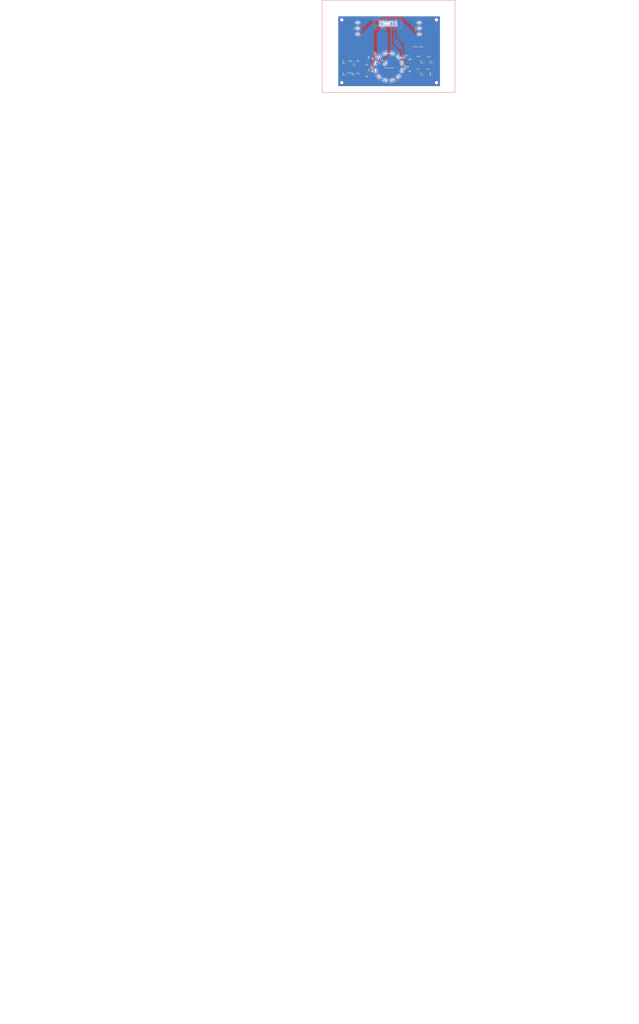
<source format=kicad_pcb>
(kicad_pcb
	(version 20240108)
	(generator "pcbnew")
	(generator_version "8.0")
	(general
		(thickness 1.6)
		(legacy_teardrops no)
	)
	(paper "A4")
	(layers
		(0 "F.Cu" signal)
		(31 "B.Cu" signal)
		(34 "B.Paste" user)
		(35 "F.Paste" user)
		(36 "B.SilkS" user "B.Silkscreen")
		(37 "F.SilkS" user "F.Silkscreen")
		(38 "B.Mask" user)
		(39 "F.Mask" user)
		(44 "Edge.Cuts" user)
		(45 "Margin" user)
		(46 "B.CrtYd" user "B.Courtyard")
		(47 "F.CrtYd" user "F.Courtyard")
		(48 "B.Fab" user)
		(49 "F.Fab" user)
	)
	(setup
		(stackup
			(layer "F.SilkS"
				(type "Top Silk Screen")
				(color "White")
			)
			(layer "F.Paste"
				(type "Top Solder Paste")
			)
			(layer "F.Mask"
				(type "Top Solder Mask")
				(color "Black")
				(thickness 0.01)
			)
			(layer "F.Cu"
				(type "copper")
				(thickness 0.035)
			)
			(layer "dielectric 1"
				(type "core")
				(thickness 1.51)
				(material "FR4")
				(epsilon_r 4.5)
				(loss_tangent 0.02)
			)
			(layer "B.Cu"
				(type "copper")
				(thickness 0.035)
			)
			(layer "B.Mask"
				(type "Bottom Solder Mask")
				(color "Black")
				(thickness 0.01)
			)
			(layer "B.Paste"
				(type "Bottom Solder Paste")
			)
			(layer "B.SilkS"
				(type "Bottom Silk Screen")
				(color "White")
			)
			(copper_finish "None")
			(dielectric_constraints yes)
		)
		(pad_to_mask_clearance 0)
		(allow_soldermask_bridges_in_footprints no)
		(aux_axis_origin 83.75 126.71)
		(grid_origin 83.75 126.71)
		(pcbplotparams
			(layerselection 0x00010fc_ffffffff)
			(plot_on_all_layers_selection 0x0000000_00000000)
			(disableapertmacros no)
			(usegerberextensions no)
			(usegerberattributes yes)
			(usegerberadvancedattributes yes)
			(creategerberjobfile yes)
			(dashed_line_dash_ratio 12.000000)
			(dashed_line_gap_ratio 3.000000)
			(svgprecision 4)
			(plotframeref no)
			(viasonmask no)
			(mode 1)
			(useauxorigin no)
			(hpglpennumber 1)
			(hpglpenspeed 20)
			(hpglpendiameter 15.000000)
			(pdf_front_fp_property_popups yes)
			(pdf_back_fp_property_popups yes)
			(dxfpolygonmode yes)
			(dxfimperialunits yes)
			(dxfusepcbnewfont yes)
			(psnegative no)
			(psa4output no)
			(plotreference yes)
			(plotvalue yes)
			(plotfptext yes)
			(plotinvisibletext no)
			(sketchpadsonfab no)
			(subtractmaskfromsilk no)
			(outputformat 1)
			(mirror no)
			(drillshape 0)
			(scaleselection 1)
			(outputdirectory "manufacturing/")
		)
	)
	(net 0 "")
	(net 1 "/ENG 1 Master")
	(net 2 "GND")
	(net 3 "/ENG 2 Master")
	(net 4 "Net-(D7-A)")
	(net 5 "Net-(D8-A)")
	(net 6 "Net-(D9-A)")
	(net 7 "Net-(D10-K)")
	(net 8 "unconnected-(J1-Pin_7-Pad7)")
	(net 9 "VBUS")
	(net 10 "/ENG 1 Fire")
	(net 11 "/ENG 1 Fault")
	(net 12 "/ENG 2 Fire")
	(net 13 "/ENG 2 Fault")
	(net 14 "+3V3")
	(net 15 "/MODE Start")
	(net 16 "Net-(D11-K)")
	(net 17 "Net-(D12-A)")
	(net 18 "Net-(D13-K)")
	(net 19 "Net-(D14-K)")
	(net 20 "Net-(D13-A)")
	(net 21 "Net-(D11-A)")
	(net 22 "Net-(D14-A)")
	(net 23 "Net-(D10-A)")
	(net 24 "/MODE Crank")
	(net 25 "unconnected-(SW3-Pad2)")
	(net 26 "unconnected-(SW3-Pad3)")
	(net 27 "unconnected-(SW3-Pad5)")
	(net 28 "unconnected-(SW3-Pad6)")
	(net 29 "unconnected-(SW3-Pad7)")
	(net 30 "unconnected-(SW3-Pad8)")
	(net 31 "unconnected-(SW3-Pad9)")
	(net 32 "unconnected-(SW3-Pad10)")
	(net 33 "unconnected-(SW3-Pad11)")
	(net 34 "unconnected-(SW3-Pad12)")
	(footprint "Resistor_SMD:R_0603_1608Metric" (layer "F.Cu") (at 153.15 107.31))
	(footprint "LED_SMD:LED_0603_1608Metric" (layer "F.Cu") (at 173.25 101.9225 90))
	(footprint "MountingHole:MountingHole_2.2mm_M2" (layer "F.Cu") (at 176.75 118.71))
	(footprint "Package_TO_SOT_SMD:SOT-23" (layer "F.Cu") (at 119.9125 101.96 180))
	(footprint "LED_SMD:LED_0603_1608Metric" (layer "F.Cu") (at 165.75 101.9225 90))
	(footprint "Resistor_SMD:R_0603_1608Metric" (layer "F.Cu") (at 152.925 98.11))
	(footprint "Resistor_SMD:R_0805_2012Metric" (layer "F.Cu") (at 113 109.71 180))
	(footprint "NiasStuff:C&K_Rotary_Switches" (layer "F.Cu") (at 137.901115 105.861115 90))
	(footprint "LED_SMD:LED_0603_1608Metric" (layer "F.Cu") (at 102.35 102.1225 90))
	(footprint "Package_TO_SOT_SMD:SOT-23" (layer "F.Cu") (at 155.3125 102.01))
	(footprint "MountingHole:MountingHole_2.2mm_M2" (layer "F.Cu") (at 99.75 67.71))
	(footprint "Resistor_SMD:R_0603_1608Metric" (layer "F.Cu") (at 123.35 108.685 90))
	(footprint "Resistor_SMD:R_0805_2012Metric" (layer "F.Cu") (at 170.5375 99.21))
	(footprint "LED_SMD:LED_0603_1608Metric" (layer "F.Cu") (at 109.75 102.1225 90))
	(footprint "Package_TO_SOT_SMD:SOT-23" (layer "F.Cu") (at 155.3125 111.71))
	(footprint "MountingHole:MountingHole_2.2mm_M2" (layer "F.Cu") (at 99.75 118.71))
	(footprint "Resistor_SMD:R_0805_2012Metric" (layer "F.Cu") (at 106.4625 99.71 180))
	(footprint "LED_SMD:LED_0603_1608Metric" (layer "F.Cu") (at 109.75 111.7225 90))
	(footprint "NiasStuff:SW_SPDT_YUEN-FUNG_MT-0-102-A101-M200-RS" (layer "F.Cu") (at 112.75 74.67 90))
	(footprint "LED_SMD:LED_0603_1608Metric" (layer "F.Cu") (at 165.75 111.7225 90))
	(footprint "LED_SMD:LED_0603_1608Metric" (layer "F.Cu") (at 102.35 111.7225 90))
	(footprint "Resistor_SMD:R_0805_2012Metric" (layer "F.Cu") (at 105.8375 109.21 180))
	(footprint "Package_TO_SOT_SMD:SOT-23" (layer "F.Cu") (at 120.0125 111.56 180))
	(footprint "LED_SMD:LED_0603_1608Metric" (layer "F.Cu") (at 173.15 111.7225 90))
	(footprint "Resistor_SMD:R_0603_1608Metric" (layer "F.Cu") (at 123.15 98.285 90))
	(footprint "Resistor_SMD:R_0805_2012Metric" (layer "F.Cu") (at 162.0375 99.21))
	(footprint "MountingHole:MountingHole_2.2mm_M2" (layer "F.Cu") (at 176.75 67.71))
	(footprint "Resistor_SMD:R_0805_2012Metric" (layer "F.Cu") (at 112.9375 99.71 180))
	(footprint "Resistor_SMD:R_0805_2012Metric" (layer "F.Cu") (at 162.1375 109.21))
	(footprint "NiasStuff:SW_SPDT_YUEN-FUNG_MT-0-102-A101-M200-RS" (layer "F.Cu") (at 162.75 74.67 90))
	(footprint "Resistor_SMD:R_0805_2012Metric" (layer "F.Cu") (at 169.75 109.21))
	(footprint "Connector_IDC:IDC-Header_2x06_P2.54mm_Vertical" (layer "B.Cu") (at 131.15 69.57 -90))
	(gr_line
		(start 191.75 51.71)
		(end 83.75 51.71)
		(stroke
			(width 0.2)
			(type default)
		)
		(layer "F.Cu")
		(uuid "2287d75c-8675-4ecd-930e-3ab04c395ff1")
	)
	(gr_line
		(start 83.75 126.71)
		(end 191.75 126.71)
		(stroke
			(width 0.2)
			(type default)
		)
		(layer "F.Cu")
		(uuid "5946e71e-dbe5-480b-82bb-e3971b2e3d0a")
	)
	(gr_line
		(start 191.75 126.71)
		(end 191.75 51.71)
		(stroke
			(width 0.2)
			(type default)
		)
		(layer "F.Cu")
		(uuid "9fdd71b0-251e-44eb-8965-8709f16f790c")
	)
	(gr_line
		(start 83.75 51.71)
		(end 83.75 126.71)
		(stroke
			(width 0.2)
			(type default)
		)
		(layer "F.Cu")
		(uuid "f6cef0d5-231c-4ecf-b4ed-0cc4145c4c1d")
	)
	(gr_line
		(start 179.75 64.71)
		(end 96.75 64.71)
		(stroke
			(width 0.1)
			(type default)
		)
		(layer "Edge.Cuts")
		(uuid "4e4d6ce3-ba94-4b73-9b05-3a6bb8883741")
	)
	(gr_line
		(start 96.75 64.71)
		(end 96.75 121.71)
		(stroke
			(width 0.1)
			(type default)
		)
		(layer "Edge.Cuts")
		(uuid "97d15dc0-275c-4edc-beb3-f608bdc6c5ea")
	)
	(gr_line
		(start 96.75 121.71)
		(end 179.75 121.71)
		(stroke
			(width 0.1)
			(type default)
		)
		(layer "Edge.Cuts")
		(uuid "a95ad34a-788c-4d24-8666-89efeb3f952c")
	)
	(gr_line
		(start 179.75 121.71)
		(end 179.75 64.71)
		(stroke
			(width 0.1)
			(type default)
		)
		(layer "Edge.Cuts")
		(uuid "f0206762-0618-4121-8e43-d3aef1db6121")
	)
	(gr_line
		(start -146.543789 166.844059)
		(end -146.132514 166.412648)
		(stroke
			(width 0.6108)
			(type solid)
		)
		(layer "F.Fab")
		(uuid "0024b4d8-43e1-47eb-9c31-444c08f8f409")
	)
	(gr_line
		(start -149.770525 175.196422)
		(end -149.754363 174.557179)
		(stroke
			(width 0.6108)
			(type solid)
		)
		(layer "F.Fab")
		(uuid "004e0644-4775-4c4b-bc11-84f57af62d77")
	)
	(gr_line
		(start 293.578246 207.077397)
		(end 298.080089 199.279927)
		(stroke
			(width 0.840559)
			(type solid)
		)
		(layer "F.Fab")
		(uuid "00518f73-94e6-49dc-bb7e-08c3a0439145")
	)
	(gr_line
		(start -165.081702 304.82526)
		(end -165.075601 304.744528)
		(stroke
			(width 0.610102)
			(type solid)
		)
		(layer "F.Fab")
		(uuid "005cc859-a376-476d-83be-51664deb68af")
	)
	(gr_line
		(start 301.360318 126.942159)
		(end 301.533119 127.380422)
		(stroke
			(width 0.610102)
			(type solid)
		)
		(layer "F.Fab")
		(uuid "0069ead8-7c23-4ba7-b2ee-ff59fa986744")
	)
	(gr_line
		(start 197.566692 70.316423)
		(end 197.734071 69.726947)
		(stroke
			(width 0.6108)
			(type solid)
		)
		(layer "F.Fab")
		(uuid "006fb5f4-1828-494e-8630-2a9c0c8bcc84")
	)
	(gr_line
		(start -146.934176 148.682127)
		(end -147.302912 148.212856)
		(stroke
			(width 0.6108)
			(type solid)
		)
		(layer "F.Fab")
		(uuid "00aa022c-f343-4add-9b45-6c302c9442d0")
	)
	(gr_line
		(start 312.94451 179.589794)
		(end 306.759443 186.960903)
		(stroke
			(width 0.840559)
			(type solid)
		)
		(layer "F.Fab")
		(uuid "00ad7e07-9502-4e79-9aaa-5c4c97980ca3")
	)
	(gr_line
		(start 298.361814 337.21442)
		(end 298.172181 338.036055)
		(stroke
			(width 0.989711)
			(type solid)
		)
		(layer "F.Fab")
		(uuid "00f61d41-ffd7-4f87-90e5-d521b000a1a3")
	)
	(gr_line
		(start 223.713393 108.444123)
		(end 223.713393 148.950408)
		(stroke
			(width 0.830953)
			(type solid)
		)
		(layer "F.Fab")
		(uuid "012492dd-c5cc-454f-9c53-9d67fc0c2daa")
	)
	(gr_line
		(start -147.302926 133.348149)
		(end -146.934187 132.878884)
		(stroke
			(width 0.6108)
			(type solid)
		)
		(layer "F.Fab")
		(uuid "012e8a9c-93fb-4413-8099-abeeacdbb592")
	)
	(gr_line
		(start 197.239771 74.691)
		(end 197.191804 74.060151)
		(stroke
			(width 0.6108)
			(type solid)
		)
		(layer "F.Fab")
		(uuid "0142ea7b-d2ea-476b-a094-2ead4895adb9")
	)
	(gr_line
		(start -113.383261 312.102689)
		(end -113.079929 311.75251)
		(stroke
			(width 0.610102)
			(type solid)
		)
		(layer "F.Fab")
		(uuid "0170b50d-2377-4ecb-b823-8ab486e85bc2")
	)
	(gr_line
		(start 151.318718 75.898334)
		(end 151.273397 75.30229)
		(stroke
			(width 0.741967)
			(type solid)
		)
		(layer "F.Fab")
		(uuid "01908556-f144-4c88-accf-22e828688fc8")
	)
	(gr_line
		(start -6.044638 363.455844)
		(end -5.805965 363.083549)
		(stroke
			(width 0.712204)
			(type solid)
		)
		(layer "F.Fab")
		(uuid "0199277c-85f6-419a-9a4c-26ae96228760")
	)
	(gr_line
		(start -137.988837 162.790453)
		(end -137.349665 162.77429)
		(stroke
			(width 0.6108)
			(type solid)
		)
		(layer "F.Fab")
		(uuid "019a52d5-430b-4c8a-831e-f62bfad03711")
	)
	(gr_line
		(start -116.402351 81.009945)
		(end -115.658351 81.346301)
		(stroke
			(width 0.830953)
			(type solid)
		)
		(layer "F.Fab")
		(uuid "01db73c4-92df-4f01-b12d-f97be3650a1a")
	)
	(gr_line
		(start 1.802817 359.037986)
		(end 2.275006 359.049925)
		(stroke
			(width 0.712204)
			(type solid)
		)
		(layer "F.Fab")
		(uuid "01f34a79-ab32-4e55-afd6-19e12c3fdf92")
	)
	(gr_line
		(start 313.907843 370.443846)
		(end 313.587128 370.570301)
		(stroke
			(width 0.610511)
			(type solid)
		)
		(layer "F.Fab")
		(uuid "02640946-f4fb-44c7-93ae-f10f50f33c9f")
	)
	(gr_line
		(start -113.079929 324.730579)
		(end -113.383261 324.380401)
		(stroke
			(width 0.610102)
			(type solid)
		)
		(layer "F.Fab")
		(uuid "02bea765-9d07-4e59-9e07-d6486fbcc022")
	)
	(gr_line
		(start 174.595312 76.485713)
		(end 174.492102 77.063688)
		(stroke
			(width 0.741967)
			(type solid)
		)
		(layer "F.Fab")
		(uuid "02c5fec7-5050-4f76-ba31-5bc3de94255c")
	)
	(gr_line
		(start -53.626831 828.587292)
		(end -53.626831 847.541043)
		(stroke
			(width 0.966959)
			(type solid)
		)
		(layer "F.Fab")
		(uuid "02ca998c-2f24-4b8d-a17c-a15a6cab73c3")
	)
	(gr_line
		(start 122.699396 68.612365)
		(end 122.982006 69.103866)
		(stroke
			(width 0.741967)
			(type solid)
		)
		(layer "F.Fab")
		(uuid "033f424e-58ff-459d-b189-c56ee36e9dd2")
	)
	(gr_line
		(start -108.348076 308.894497)
		(end -107.88116 308.786733)
		(stroke
			(width 0.610102)
			(type solid)
		)
		(layer "F.Fab")
		(uuid "035b206d-35e3-40d6-b8b2-52e13460b440")
	)
	(gr_line
		(start 270.921606 346.896483)
		(end 270.305397 346.362709)
		(stroke
			(width 0.989711)
			(type solid)
		)
		(layer "F.Fab")
		(uuid "03652d90-4f09-4b13-b371-651688c08a1f")
	)
	(gr_line
		(start 123.476243 70.129828)
		(end 123.686395 70.662814)
		(stroke
			(width 0.741967)
			(type solid)
		)
		(layer "F.Fab")
		(uuid "038d2b87-d550-49be-aa69-43e64c013e93")
	)
	(gr_line
		(start -107.405905 327.781229)
		(end -107.88116 327.696357)
		(stroke
			(width 0.610102)
			(type solid)
		)
		(layer "F.Fab")
		(uuid "03a65102-097b-427c-a815-6e3e9d92f433")
	)
	(gr_line
		(start 304.105622 363.572979)
		(end 304.132895 363.214318)
		(stroke
			(width 0.610511)
			(type solid)
		)
		(layer "F.Fab")
		(uuid "03a8d6a9-3bca-42ce-ade6-10fee2ecc1d2")
	)
	(gr_line
		(start -23.262192 291.802102)
		(end -23.531261 292.180479)
		(stroke
			(width 0.610102)
			(type solid)
		)
		(layer "F.Fab")
		(uuid "03bae4bb-250a-406b-b255-7363bca6e19f")
	)
	(gr_line
		(start -48.184047 791.146693)
		(end -53.626831 791.146693)
		(stroke
			(width 0.966959)
			(type solid)
		)
		(layer "F.Fab")
		(uuid "03bca34e-5e3b-4a46-a086-51e5f9f1a353")
	)
	(gr_line
		(start 296.657118 341.886774)
		(end 296.248195 342.597958)
		(stroke
			(width 0.989711)
			(type solid)
		)
		(layer "F.Fab")
		(uuid "03bfccc6-baeb-4547-8506-61ca995e9255")
	)
	(gr_line
		(start -71.178728 81.346301)
		(end -70.454517 81.71722)
		(stroke
			(width 0.830953)
			(type solid)
		)
		(layer "F.Fab")
		(uuid "03c4f725-8f46-4aa0-8e1c-787d30730381")
	)
	(gr_line
		(start 304.524976 361.50811)
		(end 304.651429 361.187393)
		(stroke
			(width 0.610511)
			(type solid)
		)
		(layer "F.Fab")
		(uuid "03df0a46-c29d-4034-ac0b-fef768aedeea")
	)
	(gr_line
		(start -29.319866 295.861016)
		(end -29.795121 295.945887)
		(stroke
			(width 0.610102)
			(type solid)
		)
		(layer "F.Fab")
		(uuid "04464910-6aff-4e93-a24e-893883109d3d")
	)
	(gr_line
		(start 6.009282 341.971246)
		(end 7.268492 342.196118)
		(stroke
			(width 0.910206)
			(type solid)
		)
		(layer "F.Fab")
		(uuid "0446e12d-6de5-4538-afca-d20cf6d4f286")
	)
	(gr_line
		(start 315.927774 460.312735)
		(end 315.895811 460.253795)
		(stroke
			(width 0.9003)
			(type solid)
		)
		(layer "F.Fab")
		(uuid "0480eb7e-b106-43d4-b8ab-c2b3d259495f")
	)
	(gr_line
		(start 218.038613 136.43218)
		(end 217.739532 136.952381)
		(stroke
			(width 0.6108)
			(type solid)
		)
		(layer "F.Fab")
		(uuid "0493c8a8-f71f-46d3-84ae-5178f49642fb")
	)
	(gr_line
		(start 168.167998 738.40021)
		(end 168.206502 738.097196)
		(stroke
			(width 0.610511)
			(type solid)
		)
		(layer "F.Fab")
		(uuid "04949cdb-7205-4430-88e3-b165a570a752")
	)
	(gr_line
		(start 220.792509 68.03542)
		(end 221.04125 68.585672)
		(stroke
			(width 0.6108)
			(type solid)
		)
		(layer "F.Fab")
		(uuid "049c1378-e21e-4cd8-b8af-4518c7159262")
	)
	(gr_line
		(start -164.044431 333.507471)
		(end -164.116493 333.479158)
		(stroke
			(width 0.610102)
			(type solid)
		)
		(layer "F.Fab")
		(uuid "04a14044-e53d-4ce8-90b6-241f229c38c9")
	)
	(gr_line
		(start 122.699396 80.784267)
		(end 122.394109 81.260465)
		(stroke
			(width 0.741967)
			(type solid)
		)
		(layer "F.Fab")
		(uuid "04e8f883-bc9f-493f-b89e-7e1652ceabc9")
	)
	(gr_line
		(start -115.537229 319.228291)
		(end -115.574498 318.738178)
		(stroke
			(width 0.610102)
			(type solid)
		)
		(layer "F.Fab")
		(uuid "04e9c27d-3ca4-420f-86bd-bce3be905c85")
	)
	(gr_line
		(start 211.488116 61.14193)
		(end 212.099776 61.251173)
		(stroke
			(width 0.6108)
			(type solid)
		)
		(layer "F.Fab")
		(uuid "050f885c-d4a3-4fed-821d-83c08e1e910a")
	)
	(gr_line
		(start 100.985539 73.498297)
		(end 101.060178 72.910919)
		(stroke
			(width 0.741967)
			(type solid)
		)
		(layer "F.Fab")
		(uuid "051ae2e2-e041-4f8e-9713-ae50b4beceb4")
	)
	(gr_line
		(start -40.330125 289.724499)
		(end -40.481854 289.276079)
		(stroke
			(width 0.610102)
			(type solid)
		)
		(layer "F.Fab")
		(uuid "052d8e62-9215-49db-a911-2ceca0b7cde0")
	)
	(gr_line
		(start 317.792689 361.50811)
		(end 317.903721 361.836259)
		(stroke
			(width 0.610511)
			(type solid)
		)
		(layer "F.Fab")
		(uuid "052db6dd-5a68-4809-81a2-3f55c9be17f7")
	)
	(gr_poly
		(pts
			(xy -135.107577 858.853165) (xy -141.97915 865.724699) (xy -141.97915 863.627958) (xy -135.107577 856.756424)
		)
		(stroke
			(width 0)
			(type solid)
		)
		(fill solid)
		(layer "F.Fab")
		(uuid "0541033e-235b-4489-87f1-eafd088d1106")
	)
	(gr_line
		(start 316.205467 441.078007)
		(end 316.251981 441.038905)
		(stroke
			(width 0.9003)
			(type solid)
		)
		(layer "F.Fab")
		(uuid "057105ea-db59-4936-b6e6-3aad339d998c")
	)
	(gr_line
		(start 56.711019 206.349116)
		(end 56.711019 222.034589)
		(stroke
			(width 0.660672)
			(type solid)
		)
		(layer "F.Fab")
		(uuid "0583c706-e092-493d-962c-c67910abdad5")
	)
	(gr_line
		(start -39.750928 291.006386)
		(end -39.964056 290.590259)
		(stroke
			(width 0.610102)
			(type solid)
		)
		(layer "F.Fab")
		(uuid "0587e9d1-7028-4c69-94ea-fc4cc24017f9")
	)
	(gr_line
		(start -114.422245 313.641363)
		(end -114.189864 313.237213)
		(stroke
			(width 0.610102)
			(type solid)
		)
		(layer "F.Fab")
		(uuid "05c6b2c1-d0d0-407f-a664-1d48453c531a")
	)
	(gr_line
		(start -126.727063 181.637758)
		(end -127.050143 182.141762)
		(stroke
			(width 0.6108)
			(type solid)
		)
		(layer "F.Fab")
		(uuid "05cdf5e4-86d7-4be1-8094-cf1160ce3316")
	)
	(gr_line
		(start -38.998448 292.180479)
		(end -39.267518 291.802102)
		(stroke
			(width 0.610102)
			(type solid)
		)
		(layer "F.Fab")
		(uuid "05f5828b-135f-479f-979c-662d91807a57")
	)
	(gr_line
		(start 340.87774 459.998436)
		(end 340.829465 460.129847)
		(stroke
			(width 0.9003)
			(type solid)
		)
		(layer "F.Fab")
		(uuid "05f624c1-9be8-4930-8dfe-c96a2bf4cb72")
	)
	(gr_line
		(start 180.246111 739.019268)
		(end 180.238233 739.330842)
		(stroke
			(width 0.610511)
			(type solid)
		)
		(layer "F.Fab")
		(uuid "06a14602-1690-4295-9e94-0ab940598053")
	)
	(gr_line
		(start 212.700702 61.389882)
		(end 213.290114 61.557276)
		(stroke
			(width 0.6108)
			(type solid)
		)
		(layer "F.Fab")
		(uuid "06a74ba7-811b-4e63-bfe4-46ede0f62f9b")
	)
	(gr_line
		(start -124.928844 175.196422)
		(end -124.945006 175.835666)
		(stroke
			(width 0.6108)
			(type solid)
		)
		(layer "F.Fab")
		(uuid "06f1df40-9e49-44a6-8c00-3ae239279ba9")
	)
	(gr_line
		(start -40.719667 284.461215)
		(end -40.611903 283.994299)
		(stroke
			(width 0.610102)
			(type solid)
		)
		(layer "F.Fab")
		(uuid "071eed83-be06-44b2-b531-d03f90af7dc3")
	)
	(gr_line
		(start -126.153681 169.810905)
		(end -125.904941 170.361158)
		(stroke
			(width 0.6108)
			(type solid)
		)
		(layer "F.Fab")
		(uuid "073f78bd-13ac-4197-80b1-1edc79ac7560")
	)
	(gr_line
		(start -24.121097 292.895238)
		(end -24.440651 293.230407)
		(stroke
			(width 0.610102)
			(type solid)
		)
		(layer "F.Fab")
		(uuid "0761f818-4cdd-4a8f-9416-d6fbdd128536")
	)
	(gr_line
		(start 316.608528 368.428774)
		(end 316.386554 368.685032)
		(stroke
			(width 0.610511)
			(type solid)
		)
		(layer "F.Fab")
		(uuid "0771995b-efa9-4ecf-a98e-c1e042164044")
	)
	(gr_line
		(start 319.003208 526.124066)
		(end 300.466599 534.797633)
		(stroke
			(width 1.219759)
			(type solid)
		)
		(layer "F.Fab")
		(uuid "078908e1-aa58-43ef-b837-4babc825e736")
	)
	(gr_line
		(start 180.176348 739.94134)
		(end 180.123102 740.239502)
		(stroke
			(width 0.610511)
			(type solid)
		)
		(layer "F.Fab")
		(uuid "07955a83-85b6-4032-825a-af68b28c81c8")
	)
	(gr_line
		(start 219.181012 65.519302)
		(end 219.549748 65.988572)
		(stroke
			(width 0.6108)
			(type solid)
		)
		(layer "F.Fab")
		(uuid "07ab9f0c-943f-40ff-91cf-5eb78bdab53e")
	)
	(gr_line
		(start 258.679668 63.120309)
		(end 259.16664 63.466641)
		(stroke
			(width 0.6108)
			(type solid)
		)
		(layer "F.Fab")
		(uuid "07acede4-7284-45e8-bbb8-52ffd876ad38")
	)
	(gr_line
		(start -106.432805 327.879871)
		(end -106.922918 327.842602)
		(stroke
			(width 0.610102)
			(type solid)
		)
		(layer "F.Fab")
		(uuid "07cb1782-0a75-4ab1-b5f5-6e3e7facce72")
	)
	(gr_line
		(start 174.715267 75.30229)
		(end 174.669946 75.898334)
		(stroke
			(width 0.741967)
			(type solid)
		)
		(layer "F.Fab")
		(uuid "07cd31f8-1841-42fa-917b-c1521aa7d0bb")
	)
	(gr_line
		(start 188.525436 452.312116)
		(end 188.463329 451.96433)
		(stroke
			(width 0.610511)
			(type solid)
		)
		(layer "F.Fab")
		(uuid "07e7419c-435e-4e95-8373-393f23ac8726")
	)
	(gr_line
		(start 281.724157 350.774501)
		(end 280.850234 350.752403)
		(stroke
			(width 0.989711)
			(type solid)
		)
		(layer "F.Fab")
		(uuid "08253c12-9f2f-479c-9a32-f76489095b2d")
	)
	(gr_line
		(start 311.522264 356.883162)
		(end 311.880924 356.910435)
		(stroke
			(width 0.610511)
			(type solid)
		)
		(layer "F.Fab")
		(uuid "0831dda9-3be4-4ae1-89b2-d1000c51644c")
	)
	(gr_line
		(start -40.157324 282.649646)
		(end -39.964056 282.222148)
		(stroke
			(width 0.610102)
			(type solid)
		)
		(layer "F.Fab")
		(uuid "083eccf9-70c6-4d96-980d-2e7e227b4306")
	)
	(gr_line
		(start 188.93695 453.637799)
		(end 188.810497 453.317085)
		(stroke
			(width 0.610511)
			(type solid)
		)
		(layer "F.Fab")
		(uuid "086282a3-fc06-4a49-a050-f40118ebf409")
	)
	(gr_line
		(start 285.978814 123.554953)
		(end 286.328992 123.25162)
		(stroke
			(width 0.610102)
			(type solid)
		)
		(layer "F.Fab")
		(uuid "08631abc-6301-4811-9077-bf51115f9691")
	)
	(gr_line
		(start 257.120023 62.22376)
		(end 257.655579 62.498088)
		(stroke
			(width 0.6108)
			(type solid)
		)
		(layer "F.Fab")
		(uuid "087fdd8a-91f3-4656-bf0f-d3e998b89bdc")
	)
	(gr_line
		(start 201.103709 446.663227)
		(end 201.30061 446.94012)
		(stroke
			(width 0.610511)
			(type solid)
		)
		(layer "F.Fab")
		(uuid "0893c376-1e33-4572-a1ca-af4520799536")
	)
	(gr_line
		(start 197.929351 69.149764)
		(end 198.151753 68.585657)
		(stroke
			(width 0.6108)
			(type solid)
		)
		(layer "F.Fab")
		(uuid "08ac57ac-679b-4bff-9fc6-9c6e41cd170e")
	)
	(gr_line
		(start 16.942816 80.709209)
		(end 17.70555 81.009945)
		(stroke
			(width 0.830953)
			(type solid)
		)
		(layer "F.Fab")
		(uuid "08b0e6c8-e64b-4a3b-ad96-53733574594c")
	)
	(gr_line
		(start 151.318718 73.498297)
		(end 151.393352 72.910919)
		(stroke
			(width 0.741967)
			(type solid)
		)
		(layer "F.Fab")
		(uuid "08b70294-3e3f-4e94-a312-b908beb0748b")
	)
	(gr_line
		(start -118.74253 80.218814)
		(end -117.945496 80.445147)
		(stroke
			(width 0.830953)
			(type solid)
		)
		(layer "F.Fab")
		(uuid "08c7508c-5a9a-4168-b532-3f6615d035b5")
	)
	(gr_line
		(start -105.439539 327.879871)
		(end -105.936172 327.892429)
		(stroke
			(width 0.610102)
			(type solid)
		)
		(layer "F.Fab")
		(uuid "08e1833a-b34c-4379-9fe1-eead7b1de3f6")
	)
	(gr_line
		(start 314.525198 370.146449)
		(end 314.220681 370.302414)
		(stroke
			(width 0.610511)
			(type solid)
		)
		(layer "F.Fab")
		(uuid "08ec7d09-6bd5-49d7-a7a8-7e2cd2a35d5e")
	)
	(gr_line
		(start 198.151753 78.256161)
		(end 197.929351 77.692052)
		(stroke
			(width 0.6108)
			(type solid)
		)
		(layer "F.Fab")
		(uuid "09041003-0bea-4333-b533-8f40aa44f571")
	)
	(gr_line
		(start -164.186767 303.477394)
		(end -164.116493 303.445722)
		(stroke
			(width 0.610102)
			(type solid)
		)
		(layer "F.Fab")
		(uuid "0917cce3-f128-43dc-bcd3-0943ee592ff0")
	)
	(gr_line
		(start 315.838387 460.129847)
		(end 315.81307 460.065027)
		(stroke
			(width 0.9003)
			(type solid)
		)
		(layer "F.Fab")
		(uuid "0964762c-53f8-4cd2-a4eb-c8c9f54d1e93")
	)
	(gr_line
		(start 196.817329 137.456368)
		(end 196.49425 136.952363)
		(stroke
			(width 0.6108)
			(type solid)
		)
		(layer "F.Fab")
		(uuid "09766d9f-43db-4f88-8cca-a7d106a0779a")
	)
	(gr_line
		(start 174.669946 75.898334)
		(end 174.595312 76.485713)
		(stroke
			(width 0.741967)
			(type solid)
		)
		(layer "F.Fab")
		(uuid "09932d24-395d-4460-b9e3-5eac822dd992")
	)
	(gr_line
		(start 251.464281 140.238392)
		(end 250.981294 140.299765)
		(stroke
			(width 0.610102)
			(type solid)
		)
		(layer "F.Fab")
		(uuid "09960ee7-77cb-4416-a8c8-f01e90df0f20")
	)
	(gr_line
		(start 171.566463 733.561637)
		(end 171.834663 733.440387)
		(stroke
			(width 0.610511)
			(type solid)
		)
		(layer "F.Fab")
		(uuid "09b218c1-c875-4845-a7e5-1655a9aa1a28")
	)
	(gr_line
		(start 4.531439 359.450516)
		(end 4.957788 359.594777)
		(stroke
			(width 0.712204)
			(type solid)
		)
		(layer "F.Fab")
		(uuid "09bc948e-3c3b-494b-b9e9-37f2421e4aea")
	)
	(gr_line
		(start 259.44936 128.753733)
		(end 259.534232 129.228989)
		(stroke
			(width 0.610102)
			(type solid)
		)
		(layer "F.Fab")
		(uuid "09cef245-b1ff-4dd7-b885-275d1000f6bd")
	)
	(gr_line
		(start -115.15317 315.371669)
		(end -115.001442 314.923249)
		(stroke
			(width 0.610102)
			(type solid)
		)
		(layer "F.Fab")
		(uuid "09cfeb90-26d2-4901-9739-80e102d6c644")
	)
	(gr_line
		(start 276.674039 317.572637)
		(end 277.479931 317.343789)
		(stroke
			(width 0.989711)
			(type solid)
		)
		(layer "F.Fab")
		(uuid "09f6b8b9-1e19-4259-bb17-eaf38cee5ae8")
	)
	(gr_line
		(start 153.262472 81.260465)
		(end 152.957204 80.784267)
		(stroke
			(width 0.741967)
			(type solid)
		)
		(layer "F.Fab")
		(uuid "0a0b3bfd-d7bb-42b3-8d0e-51640460a91a")
	)
	(gr_line
		(start -134.846446 163.026665)
		(end -134.245521 163.165374)
		(stroke
			(width 0.6108)
			(type solid)
		)
		(layer "F.Fab")
		(uuid "0a1656f3-3805-4063-b88a-aa0231e4cdad")
	)
	(gr_line
		(start 192.695343 444.381358)
		(end 193.016058 444.254903)
		(stroke
			(width 0.610511)
			(type solid)
		)
		(layer "F.Fab")
		(uuid "0a211a8e-f23a-4526-b0d1-83723b29a418")
	)
	(gr_line
		(start 217.416418 123.565751)
		(end 217.739498 124.069755)
		(stroke
			(width 0.6108)
			(type solid)
		)
		(layer "F.Fab")
		(uuid "0a271106-9fe2-4942-91ec-559f4b913f9e")
	)
	(gr_line
		(start -134.959105 332.017787)
		(end -134.961161 332.09962)
		(stroke
			(width 0.610102)
			(type solid)
		)
		(layer "F.Fab")
		(uuid "0a50a5dc-1cec-414f-8c81-aef741a47539")
	)
	(gr_line
		(start 156.432485 64.965989)
		(end 156.908659 64.660704)
		(stroke
			(width 0.741967)
			(type solid)
		)
		(layer "F.Fab")
		(uuid "0a5e2852-f4a4-45df-a1ff-1d3c49f29e44")
	)
	(gr_line
		(start 317.368841 360.570036)
		(end 317.524805 360.874554)
		(stroke
			(width 0.610511)
			(type solid)
		)
		(layer "F.Fab")
		(uuid "0a6b6cd9-a98b-4a5d-bba8-a38a0ead3fc0")
	)
	(gr_line
		(start 340.632052 441.261571)
		(end 340.670012 441.313778)
		(stroke
			(width 0.9003)
			(type solid)
		)
		(layer "F.Fab")
		(uuid "0a955cd1-cae0-4751-b874-f3f50f14de5e")
	)
	(gr_line
		(start -22.962526 83.525429)
		(end -22.353089 84.053338)
		(stroke
			(width 0.830953)
			(type solid)
		)
		(layer "F.Fab")
		(uuid "0aa49863-bf5c-41ed-88cf-c896d268359b")
	)
	(gr_line
		(start 197.427995 75.9244)
		(end 197.318762 75.312676)
		(stroke
			(width 0.6108)
			(type solid)
		)
		(layer "F.Fab")
		(uuid "0ab29502-2840-454b-aa4f-a5c9ff1262c6")
	)
	(gr_line
		(start 194.696014 130.511064)
		(end 194.712176 129.87182)
		(stroke
			(width 0.6108)
			(type solid)
		)
		(layer "F.Fab")
		(uuid "0ab7d664-fe8c-4fb9-820e-cd2d9fc16882")
	)
	(gr_line
		(start -98.792414 311.75251)
		(end -98.489082 312.102689)
		(stroke
			(width 0.610102)
			(type solid)
		)
		(layer "F.Fab")
		(uuid "0abcc019-26e2-4135-a887-4d8fe48b490b")
	)
	(gr_line
		(start 283.25085 127.828842)
		(end 283.402579 127.380422)
		(stroke
			(width 0.610102)
			(type solid)
		)
		(layer "F.Fab")
		(uuid "0ac6bf94-2ad4-4785-9ebe-bafbb45bfca6")
	)
	(gr_line
		(start 132.024878 91.607043)
		(end 132.805286 91.342981)
		(stroke
			(width 0.830953)
			(type solid)
		)
		(layer "F.Fab")
		(uuid "0ae20aef-7b92-4c17-9827-bc6fc0e93538")
	)
	(gr_line
		(start 168.612544 741.37603)
		(end 168.504134 741.101077)
		(stroke
			(width 0.610511)
			(type solid)
		)
		(layer "F.Fab")
		(uuid "0afb146e-dc91-4208-b9a9-c7502b4a2c19")
	)
	(gr_line
		(start 121.718451 67.23263)
		(end 122.066881 67.676009)
		(stroke
			(width 0.741967)
			(type solid)
		)
		(layer "F.Fab")
		(uuid "0b09b8cb-26f4-4f73-a9b4-7735cf594d20")
	)
	(gr_line
		(start 17.515496 422.673443)
		(end 17.355881 423.88216)
		(stroke
			(width 2.359887)
			(type solid)
		)
		(layer "F.Fab")
		(uuid "0b176618-914b-49be-8b30-3bce16645639")
	)
	(gr_line
		(start 316.0358 441.261571)
		(end 316.117212 441.164546)
		(stroke
			(width 0.9003)
			(type solid)
		)
		(layer "F.Fab")
		(uuid "0b2bfcb9-843c-4b09-a2b3-375f6df2b842")
	)
	(gr_line
		(start 162.994332 62.961531)
		(end 163.59828 62.976803)
		(stroke
			(width 0.741967)
			(type solid)
		)
		(layer "F.Fab")
		(uuid "0b5e37da-830e-46f8-ac40-4143e8907051")
	)
	(gr_line
		(start -42.597293 414.945743)
		(end -42.318563 413.752195)
		(stroke
			(width 2.359887)
			(type solid)
		)
		(layer "F.Fab")
		(uuid "0b611f79-a1b7-4680-aef5-f8282cd9078b")
	)
	(gr_line
		(start -3.3275 360.605085)
		(end -2.955206 360.366411)
		(stroke
			(width 0.712204)
			(type solid)
		)
		(layer "F.Fab")
		(uuid "0b623a57-c445-4913-aa9b-ba370bb2663f")
	)
	(gr_line
		(start -142.734605 163.999236)
		(end -142.184408 163.750473)
		(stroke
			(width 0.6108)
			(type solid)
		)
		(layer "F.Fab")
		(uuid "0b882509-59b5-4c1f-93ad-90c1902b7269")
	)
	(gr_line
		(start 339.821405 440.82127)
		(end 339.880401 440.823226)
		(stroke
			(width 0.9003)
			(type solid)
		)
		(layer "F.Fab")
		(uuid "0bb86cec-afb8-4a6a-a192-2f43384a6e93")
	)
	(gr_line
		(start 178.262464 734.537476)
		(end 178.472739 734.737954)
		(stroke
			(width 0.610511)
			(type solid)
		)
		(layer "F.Fab")
		(uuid "0bbbcb41-b8e9-44b6-8459-6586bb9e55bb")
	)
	(gr_line
		(start 178.262464 743.501061)
		(end 178.042772 743.691362)
		(stroke
			(width 0.610511)
			(type solid)
		)
		(layer "F.Fab")
		(uuid "0bbc6c45-dd1e-4944-b84a-4b947a018531")
	)
	(gr_line
		(start 119.22391 64.965989)
		(end 119.68407 65.293214)
		(stroke
			(width 0.741967)
			(type solid)
		)
		(layer "F.Fab")
		(uuid "0bcad0a5-05e7-4ef3-ab3f-0b91765bc3c7")
	)
	(gr_line
		(start -35.021412 277.513735)
		(end -34.58315 277.340933)
		(stroke
			(width 0.610102)
			(type solid)
		)
		(layer "F.Fab")
		(uuid "0bcbffc6-f9c2-4405-8b21-a2dd3bfdd20d")
	)
	(gr_line
		(start 161.207012 86.299866)
		(end 160.629062 86.196651)
		(stroke
			(width 0.741967)
			(type solid)
		)
		(layer "F.Fab")
		(uuid "0bcda6c3-a682-4af2-aae5-01c8989a09b2")
	)
	(gr_line
		(start 17.423919 416.609812)
		(end 17.560564 417.81786)
		(stroke
			(width 2.359887)
			(type solid)
		)
		(layer "F.Fab")
		(uuid "0bd54452-95b0-4d4b-a35c-709f59dedc31")
	)
	(gr_line
		(start 317.524805 360.874554)
		(end 317.666235 361.187393)
		(stroke
			(width 0.610511)
			(type solid)
		)
		(layer "F.Fab")
		(uuid "0c041d0e-1d22-4571-ac1a-ddf689a07003")
	)
	(gr_line
		(start 207.704957 61.141928)
		(end 208.326574 61.062932)
		(stroke
			(width 0.6108)
			(type solid)
		)
		(layer "F.Fab")
		(uuid "0c0c374a-6cb6-4f88-bec0-befab17b7626")
	)
	(gr_line
		(start 284.214157 135.703046)
		(end 283.981775 135.298896)
		(stroke
			(width 0.610102)
			(type solid)
		)
		(layer "F.Fab")
		(uuid "0c21d572-2d4c-4a42-921b-35e82446c4a7")
	)
	(gr_line
		(start 179.649055 736.394306)
		(end 179.770306 736.662506)
		(stroke
			(width 0.610511)
			(type solid)
		)
		(layer "F.Fab")
		(uuid "0c3a1f2c-f320-491a-9668-a22c9790eee6")
	)
	(gr_line
		(start 198.674796 79.342032)
		(end 198.400495 78.806414)
		(stroke
			(width 0.6108)
			(type solid)
		)
		(layer "F.Fab")
		(uuid "0c41fa65-4655-4267-970e-021bba13929a")
	)
	(gr_line
		(start 118.176413 534.896692)
		(end 131.347194 538.437959)
		(stroke
			(width 1.219759)
			(type solid)
		)
		(layer "F.Fab")
		(uuid "0c7fabe0-4bb0-4f81-acc3-363845c0b766")
	)
	(gr_line
		(start 12.06833 343.686071)
		(end 13.201005 344.198142)
		(stroke
			(width 0.910206)
			(type solid)
		)
		(layer "F.Fab")
		(uuid "0c827d89-8868-4b4c-9495-bc631b7657c1")
	)
	(gr_line
		(start 179.515346 741.905296)
		(end 179.369557 742.158848)
		(stroke
			(width 0.610511)
			(type solid)
		)
		(layer "F.Fab")
		(uuid "0c9af652-59cc-4a65-a9ec-a3567708201f")
	)
	(gr_line
		(start 284.310445 317.004808)
		(end 285.146751 317.154157)
		(stroke
			(width 0.989711)
			(type solid)
		)
		(layer "F.Fab")
		(uuid "0ca1d991-8f26-4d33-aedb-8c57a1e675bb")
	)
	(gr_line
		(start 279.13787 317.004808)
		(end 279.987782 316.896809)
		(stroke
			(width 0.989711)
			(type solid)
		)
		(layer "F.Fab")
		(uuid "0cc3bd74-9646-4318-ba70-8a7b62966494")
	)
	(gr_line
		(start 14.303553 344.762833)
		(end 15.374367 345.378538)
		(stroke
			(width 0.910206)
			(type solid)
		)
		(layer "F.Fab")
		(uuid "0cf9fa61-f460-4621-9f6b-bfbd0d7bacfa")
	)
	(gr_line
		(start -147.972307 168.755087)
		(end -147.649226 168.251083)
		(stroke
			(width 0.6108)
			(type solid)
		)
		(layer "F.Fab")
		(uuid "0d055a59-3c37-4481-8440-ce3292824295")
	)
	(gr_line
		(start 302.068906 131.68547)
		(end 302.007533 132.168456)
		(stroke
			(width 0.610102)
			(type solid)
		)
		(layer "F.Fab")
		(uuid "0d0de150-4407-4a86-9ec0-4b747c94ca63")
	)
	(gr_line
		(start -135.787708 303.512326)
		(end -135.721306 303.55042)
		(stroke
			(width 0.610102)
			(type solid)
		)
		(layer "F.Fab")
		(uuid "0d208f5c-7862-4809-9438-bc9aa2bf8f07")
	)
	(gr_line
		(start 108.093288 63.883865)
		(end 108.626275 63.673716)
		(stroke
			(width 0.741967)
			(type solid)
		)
		(layer "F.Fab")
		(uuid "0d360e41-f368-4e12-9a7a-110f5ccb80f8")
	)
	(gr_line
		(start -22.565654 282.222148)
		(end -22.372386 282.649646)
		(stroke
			(width 0.610102)
			(type solid)
		)
		(layer "F.Fab")
		(uuid "0d37dfb2-4aea-49b4-ac9a-7a1491b7c7fd")
	)
	(gr_line
		(start -83.455105 80.445147)
		(end -82.65807 80.218814)
		(stroke
			(width 0.830953)
			(type solid)
		)
		(layer "F.Fab")
		(uuid "0d477c78-f3b4-4a15-bbe8-ddce08b3ce7a")
	)
	(gr_line
		(start 306.164956 358.942515)
		(end 306.410228 358.708668)
		(stroke
			(width 0.610511)
			(type solid)
		)
		(layer "F.Fab")
		(uuid "0d4c55ab-a6f9-4e3a-b066-1f07f6db5a3b")
	)
	(gr_line
		(start -125.071961 142.672278)
		(end -125.181192 143.284004)
		(stroke
			(width 0.6108)
			(type solid)
		)
		(layer "F.Fab")
		(uuid "0d4d115d-a511-4b63-a7ca-d1801c32f1f6")
	)
	(gr_line
		(start 196.49425 136.952363)
		(end 196.195168 136.432163)
		(stroke
			(width 0.6108)
			(type solid)
		)
		(layer "F.Fab")
		(uuid "0d5407d3-8f56-4317-ba54-a54c31f4267a")
	)
	(gr_line
		(start 2.115152 341.676617)
		(end 3.431005 341.709889)
		(stroke
			(width 0.910206)
			(type solid)
		)
		(layer "F.Fab")
		(uuid "0d7a1e2e-517a-4a7f-adfd-bb5b0f38454f")
	)
	(gr_line
		(start -165.075601 332.180352)
		(end -165.081702 332.09962)
		(stroke
			(width 0.610102)
			(type solid)
		)
		(layer "F.Fab")
		(uuid "0d88dcaf-c05f-4a44-bad9-db086eac316f")
	)
	(gr_line
		(start -32.251601 276.805146)
		(end -31.761488 276.767877)
		(stroke
			(width 0.610102)
			(type solid)
		)
		(layer "F.Fab")
		(uuid "0d9eb534-c0d7-42fa-88ac-4bb75d5778fa")
	)
	(gr_line
		(start 33.558001 761.154235)
		(end 38.377695 761.154235)
		(stroke
			(width 0.610511)
			(type solid)
		)
		(layer "F.Fab")
		(uuid "0db05c26-9b0d-49c0-839a-79573e6e70f5")
	)
	(gr_line
		(start 340.967831 459.413272)
		(end 340.961912 459.566979)
		(stroke
			(width 0.9003)
			(type solid)
		)
		(layer "F.Fab")
		(uuid "0db16dba-e50d-4bb8-840a-d0c477a040e5")
	)
	(gr_line
		(start -141.620358 163.528053)
		(end -141.043235 163.332757)
		(stroke
			(width 0.6108)
			(type solid)
		)
		(layer "F.Fab")
		(uuid "0dc5cd05-750f-4b74-bf2c-07cd76f2c809")
	)
	(gr_line
		(start 254.99888 138.952401)
		(end 254.59473 139.184782)
		(stroke
			(width 0.610102)
			(type solid)
		)
		(layer "F.Fab")
		(uuid "0dc62a0d-4a7f-4db3-b34c-d4348cd80689")
	)
	(gr_line
		(start -128.15558 183.548786)
		(end -128.566856 183.980196)
		(stroke
			(width 0.6108)
			(type solid)
		)
		(layer "F.Fab")
		(uuid "0dcf9ec5-f57f-407f-a3b5-946cdea0456c")
	)
	(gr_line
		(start 259.16664 63.466641)
		(end 259.635857 63.835413)
		(stroke
			(width 0.6108)
			(type solid)
		)
		(layer "F.Fab")
		(uuid "0dd6fbf6-292b-4654-bf6c-f01e3551ab14")
	)
	(gr_line
		(start 208.957361 61.014961)
		(end 209.59654 60.998798)
		(stroke
			(width 0.6108)
			(type solid)
		)
		(layer "F.Fab")
		(uuid "0de970c9-f73e-40f1-994b-14ea5da0fe5c")
	)
	(gr_line
		(start -124.992972 142.050599)
		(end -125.071961 142.672278)
		(stroke
			(width 0.6108)
			(type solid)
		)
		(layer "F.Fab")
		(uuid "0df1e7cb-f3c3-400d-b7fe-cdc6ff8a97c6")
	)
	(gr_line
		(start 287.563361 349.743997)
		(end 286.774276 350.010993)
		(stroke
			(width 0.989711)
			(type solid)
		)
		(layer "F.Fab")
		(uuid "0dfd7570-c382-4de7-a78c-0f4d31f77948")
	)
	(gr_line
		(start -43.117076 419.784754)
		(end -43.076226 418.569689)
		(stroke
			(width 2.359887)
			(type solid)
		)
		(layer "F.Fab")
		(uuid "0e0417c2-72e7-4bb9-a70e-0ae0389f8dee")
	)
	(gr_line
		(start -39.518547 281.401871)
		(end -39.267518 281.010305)
		(stroke
			(width 0.610102)
			(type solid)
		)
		(layer "F.Fab")
		(uuid "0e0814fc-8b26-43a5-9e84-abca7c208281")
	)
	(gr_line
		(start -114.93414 81.71722)
		(end -114.230773 82.121648)
		(stroke
			(width 0.830953)
			(type solid)
		)
		(layer "F.Fab")
		(uuid "0e0a37ce-3224-46f6-9190-e56e7fa1bba3")
	)
	(gr_line
		(start 305.931111 368.685032)
		(end 305.709137 368.428774)
		(stroke
			(width 0.610511)
			(type solid)
		)
		(layer "F.Fab")
		(uuid "0e26bc24-989d-45fa-9653-1ea9c80fd8ee")
	)
	(gr_line
		(start -163.660729 333.595224)
		(end -163.740261 333.585176)
		(stroke
			(width 0.610102)
			(type solid)
		)
		(layer "F.Fab")
		(uuid "0e607cbf-9fbb-4df1-af9a-89bd55868490")
	)
	(gr_line
		(start 198.810719 444.678755)
		(end 199.106471 444.84881)
		(stroke
			(width 0.610511)
			(type solid)
		)
		(layer "F.Fab")
		(uuid "0e826745-7543-4c49-a9be-ba9f409642a9")
	)
	(gr_line
		(start -139.85289 128.610783)
		(end -139.24123 128.50154)
		(stroke
			(width 0.6108)
			(type solid)
		)
		(layer "F.Fab")
		(uuid "0eb214ac-f198-4a03-83fa-bb50cdffaabd")
	)
	(gr_line
		(start 124.263353 72.910919)
		(end 124.337992 73.498297)
		(stroke
			(width 0.741967)
			(type solid)
		)
		(layer "F.Fab")
		(uuid "0ed1d4ad-9903-4b42-8fec-195ca357cdee")
	)
	(gr_line
		(start 272.918032 319.267769)
		(end 273.629216 318.858847)
		(stroke
			(width 0.989711)
			(type solid)
		)
		(layer "F.Fab")
		(uuid "0ee0afb2-0e13-4c6a-8ebc-46e767a36131")
	)
	(gr_line
		(start 241.508475 135.298896)
		(end 241.295347 134.88277)
		(stroke
			(width 0.610102)
			(type solid)
		)
		(layer "F.Fab")
		(uuid "0ee2478c-1f76-48d7-9e2f-6d8993e6e59f")
	)
	(gr_line
		(start -140.453819 128.74949)
		(end -139.85289 128.610783)
		(stroke
			(width 0.6108)
			(type solid)
		)
		(layer "F.Fab")
		(uuid "0f1d7529-1d53-4f28-b872-f8bf7e19ee9b")
	)
	(gr_line
		(start 316.205467 460.659848)
		(end 316.16052 460.617935)
		(stroke
			(width 0.9003)
			(type solid)
		)
		(layer "F.Fab")
		(uuid "0f28f446-68e5-40d2-8fa1-f6d80b02a861")
	)
	(gr_line
		(start 198.151753 68.585657)
		(end 198.400495 68.035406)
		(stroke
			(width 0.6108)
			(type solid)
		)
		(layer "F.Fab")
		(uuid "0f3f1ede-500a-423c-ab48-429a4badb92c")
	)
	(gr_line
		(start -135.822281 735.863743)
		(end -135.822281 826.830854)
		(stroke
			(width 2.483759)
			(type solid)
		)
		(layer "F.Fab")
		(uuid "0f44e5ee-b4f9-4364-8db3-c70461aab60a")
	)
	(gr_line
		(start 293.454595 140.299765)
		(end 292.964482 140.337034)
		(stroke
			(width 0.610102)
			(type solid)
		)
		(layer "F.Fab")
		(uuid "0f7ffc8d-0a2a-47e8-90e1-9dd57d72d9e2")
	)
	(gr_line
		(start -79.107301 225.430509)
		(end -82.40532 225.430509)
		(stroke
			(width 0.792806)
			(type solid)
		)
		(layer "F.Fab")
		(uuid "0f9828da-7029-4a49-80f2-39f0f3599dd2")
	)
	(gr_line
		(start 170.459671 83.754991)
		(end 170.016314 84.103418)
		(stroke
			(width 0.741967)
			(type solid)
		)
		(layer "F.Fab")
		(uuid "0f9bc725-7a8a-4b8a-a491-41233fad2fad")
	)
	(gr_line
		(start 192.077988 444.678755)
		(end 192.382505 444.52279)
		(stroke
			(width 0.610511)
			(type solid)
		)
		(layer "F.Fab")
		(uuid "0fa6a43b-3501-4c8c-be91-e26d4ffeed94")
	)
	(gr_line
		(start -86.23763 819.239371)
		(end -86.23763 837.879359)
		(stroke
			(width 0.966959)
			(type solid)
		)
		(layer "F.Fab")
		(uuid "0fb2f064-683d-4568-a35e-71764b300471")
	)
	(gr_line
		(start -146.132514 166.412648)
		(end -145.701147 166.001331)
		(stroke
			(width 0.6108)
			(type solid)
		)
		(layer "F.Fab")
		(uuid "0fc50caa-a07c-4c81-830c-90531915f44f")
	)
	(gr_line
		(start 153.589679 67.676009)
		(end 153.938088 67.23263)
		(stroke
			(width 0.741967)
			(type solid)
		)
		(layer "F.Fab")
		(uuid "100b729b-12c7-4fcb-b825-e7eb264de8ff")
	)
	(gr_line
		(start 188.604296 452.6538)
		(end 188.525436 452.312116)
		(stroke
			(width 0.610511)
			(type solid)
		)
		(layer "F.Fab")
		(uuid "100cb253-2a85-4174-b5cc-a27150207e13")
	)
	(gr_line
		(start 177.077453 744.343189)
		(end 176.816387 744.476899)
		(stroke
			(width 0.610511)
			(type solid)
		)
		(layer "F.Fab")
		(uuid "1017bc97-e5c2-4e2b-aa3a-1cba272c5195")
	)
	(gr_poly
		(pts
			(xy -166.556212 867.136978) (xy -166.556212 869.234335) (xy -173.716474 862.074035) (xy -173.716474 859.976677)
		)
		(stroke
			(width 0)
			(type solid)
		)
		(fill solid)
		(layer "F.Fab")
		(uuid "101f6eb6-eddd-4215-a24d-945228d5d043")
	)
	(gr_line
		(start -127.050143 147.725844)
		(end -127.396444 148.21287)
		(stroke
			(width 0.6108)
			(type solid)
		)
		(layer "F.Fab")
		(uuid "1023c7bd-c6de-487d-8861-b4b6d6161584")
	)
	(gr_line
		(start 177.331005 744.1974)
		(end 177.077453 744.343189)
		(stroke
			(width 0.610511)
			(type solid)
		)
		(layer "F.Fab")
		(uuid "10402f66-639e-4082-86dc-bb8e7d51a404")
	)
	(gr_line
		(start -147.64921 182.141762)
		(end -147.97229 181.637758)
		(stroke
			(width 0.6108)
			(type solid)
		)
		(layer "F.Fab")
		(uuid "108eeea4-ca5b-4746-919c-ad014872fec2")
	)
	(gr_line
		(start -164.186767 333.447486)
		(end -164.255154 333.412554)
		(stroke
			(width 0.610102)
			(type solid)
		)
		(layer "F.Fab")
		(uuid "10af2e5e-5d78-456b-9630-03b4f014318b")
	)
	(gr_line
		(start -165.012705 332.490301)
		(end -165.034006 332.414957)
		(stroke
			(width 0.610102)
			(type solid)
		)
		(layer "F.Fab")
		(uuid "10b519eb-8b46-46a0-ae15-5fa8b1b93c75")
	)
	(gr_line
		(start 167.029654 63.673716)
		(end 167.562615 63.883865)
		(stroke
			(width 0.741967)
			(type solid)
		)
		(layer "F.Fab")
		(uuid "10bf4dd3-9149-4317-8122-6b04552cd54a")
	)
	(gr_line
		(start -79.107301 210.79464)
		(end -81.861963 210.79464)
		(stroke
			(width 0.918927)
			(type solid)
		)
		(layer "F.Fab")
		(uuid "10cadef6-b643-45d2-b5a7-37ad17addbf2")
	)
	(gr_line
		(start 259.595605 129.711978)
		(end 259.632874 130.202093)
		(stroke
			(width 0.610102)
			(type solid)
		)
		(layer "F.Fab")
		(uuid "11280cd4-997f-4fe1-8f9a-0671958d5567")
	)
	(gr_line
		(start 282.866791 129.711978)
		(end 282.928165 129.228989)
		(stroke
			(width 0.610102)
			(type solid)
		)
		(layer "F.Fab")
		(uuid "11459007-ed68-4d2a-8c69-1fd6c9031993")
	)
	(gr_line
		(start -148.794429 170.361158)
		(end -148.545688 169.810905)
		(stroke
			(width 0.6108)
			(type solid)
		)
		(layer "F.Fab")
		(uuid "114738ac-fa1f-4929-9f41-542ce9bec4d4")
	)
	(gr_line
		(start 242.260954 136.472988)
		(
... [788318 chars truncated]
</source>
